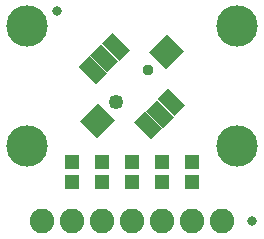
<source format=gbr>
G04 EAGLE Gerber RS-274X export*
G75*
%MOMM*%
%FSLAX34Y34*%
%LPD*%
%INSoldermask Top*%
%IPPOS*%
%AMOC8*
5,1,8,0,0,1.08239X$1,22.5*%
G01*
%ADD10R,2.053200X1.303200*%
%ADD11R,2.103200X2.203200*%
%ADD12C,0.953200*%
%ADD13C,1.253200*%
%ADD14R,1.203200X1.303200*%
%ADD15C,2.082800*%
%ADD16C,3.505200*%
%ADD17C,0.838200*%


D10*
G36*
X103339Y148545D02*
X88822Y163062D01*
X98037Y172277D01*
X112554Y157760D01*
X103339Y148545D01*
G37*
G36*
X150362Y101522D02*
X135845Y116039D01*
X145060Y125254D01*
X159577Y110737D01*
X150362Y101522D01*
G37*
G36*
X83540Y128746D02*
X69023Y143263D01*
X78238Y152478D01*
X92755Y137961D01*
X83540Y128746D01*
G37*
G36*
X93440Y138645D02*
X78923Y153162D01*
X88138Y162377D01*
X102655Y147860D01*
X93440Y138645D01*
G37*
G36*
X130563Y81723D02*
X116046Y96240D01*
X125261Y105455D01*
X139778Y90938D01*
X130563Y81723D01*
G37*
G36*
X140462Y91623D02*
X125945Y106140D01*
X135160Y115355D01*
X149677Y100838D01*
X140462Y91623D01*
G37*
D11*
G36*
X143151Y140979D02*
X128279Y155851D01*
X143857Y171429D01*
X158729Y156557D01*
X143151Y140979D01*
G37*
G36*
X84743Y82571D02*
X69871Y97443D01*
X85449Y113021D01*
X100321Y98149D01*
X84743Y82571D01*
G37*
D12*
X127735Y140435D03*
D13*
X100865Y113565D03*
D14*
X63500Y45475D03*
X63500Y62475D03*
X88900Y45475D03*
X88900Y62475D03*
X114300Y45475D03*
X114300Y62475D03*
X139700Y45475D03*
X139700Y62475D03*
X165100Y45475D03*
X165100Y62475D03*
D15*
X38100Y12700D03*
X63500Y12700D03*
X88900Y12700D03*
X114300Y12700D03*
X139700Y12700D03*
X165100Y12700D03*
X190500Y12700D03*
D16*
X203200Y177800D03*
X203200Y76200D03*
X25400Y177800D03*
X25400Y76200D03*
D17*
X215900Y12700D03*
X50800Y190500D03*
M02*

</source>
